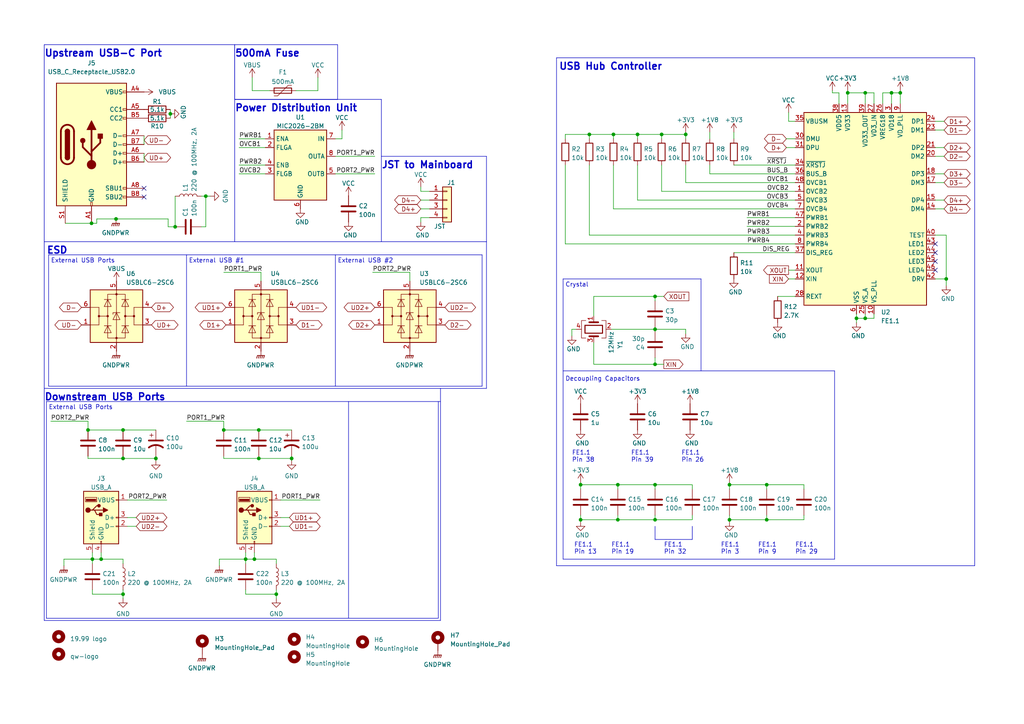
<source format=kicad_sch>
(kicad_sch (version 20230121) (generator eeschema)
  (paper "A4")
  (junction (at 211.582 140.589))
  (junction (at 189.992 105.664))
  (junction (at 26.797 162.179))
  (junction (at 59.69 56.896))
  (junction (at 191.897 38.989))
  (junction (at 75.057 124.714))
  (junction (at 50.8 65.786))
  (junction (at 189.992 95.504))
  (junction (at 35.687 124.714))
  (junction (at 222.377 150.749))
  (junction (at 168.402 150.749))
  (junction (at 26.543 64.77))
  (junction (at 25.527 124.714))
  (junction (at 211.582 150.749))
  (junction (at 33.655 63.5))
  (junction (at 250.952 26.924))
  (junction (at 71.247 162.179))
  (junction (at 179.197 150.749))
  (junction (at 49.403 33.02))
  (junction (at 177.927 38.989))
  (junction (at 250.952 92.329))
  (junction (at 45.212 132.969))
  (junction (at 274.447 80.899))
  (junction (at 261.112 26.924))
  (junction (at 222.377 140.589))
  (junction (at 184.912 38.989))
  (junction (at 189.992 85.979))
  (junction (at 258.572 26.924))
  (junction (at 198.882 38.989))
  (junction (at 189.992 150.749))
  (junction (at 189.992 140.589))
  (junction (at 75.057 132.969))
  (junction (at 35.687 172.339))
  (junction (at 245.872 26.924))
  (junction (at 35.687 132.969))
  (junction (at 84.582 132.969))
  (junction (at 248.412 92.329))
  (junction (at 170.942 38.989))
  (junction (at 64.897 124.714))
  (junction (at 73.787 162.179))
  (junction (at 179.197 140.589))
  (junction (at 168.402 140.589))
  (junction (at 29.337 162.179))
  (junction (at 80.137 172.339))
  (no_connect (at 41.783 54.61))
  (no_connect (at 271.272 73.279))
  (no_connect (at 271.272 70.739))
  (no_connect (at 41.783 57.15))
  (no_connect (at 271.272 75.819))
  (no_connect (at 271.272 78.359))
  (wire (pts (xy 271.272 80.899) (xy 274.447 80.899)))
  (polyline (pts (xy 97.282 112.014) (xy 97.282 73.914)))
  (wire (pts (xy 64.897 132.969) (xy 75.057 132.969)))
  (wire (pts (xy 216.662 65.659) (xy 230.632 65.659)))
  (wire (pts (xy 97.282 50.419) (xy 108.712 50.419)))
  (wire (pts (xy 273.812 52.959) (xy 271.272 52.959)))
  (wire (pts (xy 29.337 162.179) (xy 26.797 162.179)))
  (wire (pts (xy 99.187 37.719) (xy 99.187 40.259)))
  (polyline (pts (xy 13.462 179.324) (xy 13.462 116.459)))
  (wire (pts (xy 172.212 91.694) (xy 172.212 85.979)))
  (wire (pts (xy 35.687 172.339) (xy 35.687 173.609)))
  (wire (pts (xy 274.447 80.899) (xy 274.447 82.804)))
  (wire (pts (xy 25.527 122.174) (xy 25.527 124.714)))
  (wire (pts (xy 200.787 149.479) (xy 200.787 150.749)))
  (wire (pts (xy 26.797 162.179) (xy 26.797 163.449)))
  (wire (pts (xy 39.497 152.654) (xy 36.957 152.654)))
  (wire (pts (xy 179.197 140.589) (xy 189.992 140.589)))
  (polyline (pts (xy 54.102 73.914) (xy 97.282 73.914)))
  (wire (pts (xy 54.102 122.174) (xy 64.897 122.174)))
  (wire (pts (xy 28.067 64.77) (xy 26.543 64.77)))
  (wire (pts (xy 168.402 139.954) (xy 168.402 140.589)))
  (polyline (pts (xy 54.102 112.014) (xy 54.102 73.914)))
  (wire (pts (xy 253.492 26.924) (xy 250.952 26.924)))
  (wire (pts (xy 18.542 164.084) (xy 18.542 162.179)))
  (wire (pts (xy 273.812 42.799) (xy 271.272 42.799)))
  (wire (pts (xy 256.032 26.924) (xy 256.032 30.099)))
  (polyline (pts (xy 101.092 116.459) (xy 101.092 179.324)))
  (wire (pts (xy 83.947 150.114) (xy 81.407 150.114)))
  (wire (pts (xy 97.282 45.339) (xy 108.712 45.339)))
  (wire (pts (xy 211.582 150.749) (xy 211.582 151.384)))
  (wire (pts (xy 222.377 149.479) (xy 222.377 150.749)))
  (polyline (pts (xy 97.282 73.914) (xy 139.827 73.914)))
  (wire (pts (xy 189.992 150.749) (xy 179.197 150.749)))
  (wire (pts (xy 245.872 26.924) (xy 245.872 30.099)))
  (wire (pts (xy 253.492 91.059) (xy 253.492 92.329)))
  (wire (pts (xy 84.582 132.334) (xy 84.582 132.969)))
  (wire (pts (xy 170.942 38.989) (xy 170.942 40.259)))
  (wire (pts (xy 189.992 140.589) (xy 189.992 141.859)))
  (wire (pts (xy 73.787 160.274) (xy 73.787 162.179)))
  (wire (pts (xy 59.69 65.786) (xy 59.69 56.896)))
  (wire (pts (xy 243.332 26.924) (xy 241.427 26.924)))
  (wire (pts (xy 45.212 132.334) (xy 45.212 132.969)))
  (polyline (pts (xy 68.072 12.954) (xy 68.072 28.829)))
  (wire (pts (xy 177.927 47.879) (xy 177.927 60.579)))
  (wire (pts (xy 63.627 162.179) (xy 71.247 162.179)))
  (wire (pts (xy 48.768 65.786) (xy 50.8 65.786)))
  (wire (pts (xy 212.852 47.879) (xy 230.632 47.879)))
  (wire (pts (xy 18.923 64.77) (xy 26.543 64.77)))
  (wire (pts (xy 25.527 132.969) (xy 35.687 132.969)))
  (polyline (pts (xy 12.827 179.959) (xy 127.762 179.959)))
  (wire (pts (xy 212.852 73.279) (xy 230.632 73.279)))
  (wire (pts (xy 122.047 60.579) (xy 124.587 60.579)))
  (polyline (pts (xy 163.322 80.899) (xy 163.322 162.179)))
  (wire (pts (xy 172.212 99.314) (xy 172.212 105.664)))
  (polyline (pts (xy 127.127 179.324) (xy 13.462 179.324)))
  (wire (pts (xy 273.812 45.339) (xy 271.272 45.339)))
  (polyline (pts (xy 110.617 45.339) (xy 141.097 45.339)))
  (wire (pts (xy 99.187 40.259) (xy 97.282 40.259)))
  (polyline (pts (xy 161.417 16.764) (xy 161.417 164.084)))
  (wire (pts (xy 69.342 40.259) (xy 76.962 40.259)))
  (wire (pts (xy 198.882 96.774) (xy 198.882 95.504)))
  (wire (pts (xy 64.897 124.714) (xy 75.057 124.714)))
  (wire (pts (xy 225.552 85.979) (xy 230.632 85.979)))
  (polyline (pts (xy 68.072 28.829) (xy 110.617 28.829)))
  (wire (pts (xy 274.447 68.199) (xy 274.447 80.899)))
  (wire (pts (xy 273.812 58.039) (xy 271.272 58.039)))
  (wire (pts (xy 41.783 44.45) (xy 41.783 46.99)))
  (wire (pts (xy 177.927 38.989) (xy 184.912 38.989)))
  (wire (pts (xy 80.137 162.179) (xy 73.787 162.179)))
  (wire (pts (xy 189.992 94.869) (xy 189.992 95.504)))
  (polyline (pts (xy 161.417 16.764) (xy 282.702 16.764)))
  (polyline (pts (xy 161.417 164.084) (xy 282.702 164.084)))
  (polyline (pts (xy 97.917 28.829) (xy 97.917 12.954)))
  (wire (pts (xy 64.897 132.334) (xy 64.897 132.969)))
  (wire (pts (xy 253.492 92.329) (xy 250.952 92.329)))
  (polyline (pts (xy 203.327 80.899) (xy 203.327 107.569)))
  (wire (pts (xy 168.402 149.479) (xy 168.402 150.749)))
  (wire (pts (xy 69.342 42.799) (xy 76.962 42.799)))
  (wire (pts (xy 184.912 38.989) (xy 191.897 38.989)))
  (wire (pts (xy 26.797 172.339) (xy 35.687 172.339)))
  (wire (pts (xy 75.057 132.969) (xy 84.582 132.969)))
  (wire (pts (xy 189.992 95.504) (xy 198.882 95.504)))
  (wire (pts (xy 233.172 140.589) (xy 233.172 141.859)))
  (wire (pts (xy 80.137 171.069) (xy 80.137 172.339)))
  (polyline (pts (xy 68.072 28.829) (xy 97.917 28.829)))
  (wire (pts (xy 168.402 140.589) (xy 168.402 141.859)))
  (wire (pts (xy 63.627 164.084) (xy 63.627 162.179)))
  (wire (pts (xy 273.812 35.179) (xy 271.272 35.179)))
  (wire (pts (xy 26.797 171.069) (xy 26.797 172.339)))
  (polyline (pts (xy 14.097 112.014) (xy 54.102 112.014)))
  (wire (pts (xy 198.882 38.354) (xy 198.882 38.989)))
  (wire (pts (xy 198.882 38.989) (xy 198.882 40.259)))
  (polyline (pts (xy 163.322 162.179) (xy 242.062 162.179)))
  (wire (pts (xy 33.655 63.5) (xy 28.067 63.5)))
  (wire (pts (xy 228.727 32.639) (xy 228.727 35.179)))
  (wire (pts (xy 49.403 33.02) (xy 49.403 34.29)))
  (wire (pts (xy 250.952 91.059) (xy 250.952 92.329)))
  (wire (pts (xy 170.942 47.879) (xy 170.942 68.199)))
  (wire (pts (xy 211.582 139.954) (xy 211.582 140.589)))
  (wire (pts (xy 273.812 50.419) (xy 271.272 50.419)))
  (wire (pts (xy 163.957 40.259) (xy 163.957 38.989)))
  (polyline (pts (xy 141.097 112.649) (xy 12.827 112.649)))
  (wire (pts (xy 165.862 95.504) (xy 167.132 95.504)))
  (wire (pts (xy 211.582 140.589) (xy 211.582 141.859)))
  (wire (pts (xy 118.872 78.994) (xy 118.872 81.534)))
  (wire (pts (xy 58.42 56.896) (xy 59.69 56.896)))
  (polyline (pts (xy 127.762 179.959) (xy 127.762 112.649)))
  (wire (pts (xy 25.527 132.334) (xy 25.527 132.969)))
  (polyline (pts (xy 12.827 12.954) (xy 68.072 12.954)))
  (wire (pts (xy 33.655 63.5) (xy 48.768 63.5)))
  (wire (pts (xy 71.247 162.179) (xy 73.787 162.179)))
  (wire (pts (xy 168.402 150.749) (xy 168.402 151.384)))
  (wire (pts (xy 273.812 37.719) (xy 271.272 37.719)))
  (wire (pts (xy 25.527 124.714) (xy 35.687 124.714)))
  (wire (pts (xy 35.687 132.969) (xy 45.212 132.969)))
  (wire (pts (xy 253.492 26.924) (xy 253.492 30.099)))
  (wire (pts (xy 250.952 26.924) (xy 245.872 26.924)))
  (wire (pts (xy 271.272 68.199) (xy 274.447 68.199)))
  (wire (pts (xy 189.992 140.589) (xy 200.787 140.589)))
  (wire (pts (xy 18.542 162.179) (xy 26.797 162.179)))
  (wire (pts (xy 248.412 91.059) (xy 248.412 92.329)))
  (wire (pts (xy 80.137 163.449) (xy 80.137 162.179)))
  (polyline (pts (xy 282.702 16.764) (xy 282.702 164.084)))
  (wire (pts (xy 83.947 152.654) (xy 81.407 152.654)))
  (polyline (pts (xy 127.127 116.459) (xy 127.127 179.324)))
  (wire (pts (xy 189.992 85.979) (xy 192.532 85.979)))
  (wire (pts (xy 172.212 105.664) (xy 189.992 105.664)))
  (wire (pts (xy 198.882 52.959) (xy 198.882 47.879)))
  (wire (pts (xy 80.137 172.339) (xy 80.137 173.609)))
  (wire (pts (xy 222.377 140.589) (xy 222.377 141.859)))
  (polyline (pts (xy 54.102 112.014) (xy 97.282 112.014)))
  (wire (pts (xy 165.862 97.409) (xy 165.862 95.504)))
  (wire (pts (xy 228.727 78.359) (xy 230.632 78.359)))
  (wire (pts (xy 14.732 122.174) (xy 25.527 122.174)))
  (wire (pts (xy 41.783 39.37) (xy 41.783 41.91)))
  (wire (pts (xy 75.057 132.334) (xy 75.057 132.969)))
  (wire (pts (xy 64.897 122.174) (xy 64.897 124.714)))
  (polyline (pts (xy 97.282 112.014) (xy 139.827 112.014)))
  (wire (pts (xy 256.032 26.924) (xy 258.572 26.924)))
  (wire (pts (xy 245.872 26.289) (xy 245.872 26.924)))
  (wire (pts (xy 71.247 172.339) (xy 80.137 172.339)))
  (wire (pts (xy 28.067 63.5) (xy 28.067 64.77)))
  (wire (pts (xy 122.047 54.229) (xy 122.047 55.499)))
  (polyline (pts (xy 141.097 70.104) (xy 141.097 112.649)))
  (wire (pts (xy 122.047 64.389) (xy 122.047 63.119)))
  (polyline (pts (xy 68.072 70.104) (xy 68.072 12.954)))
  (wire (pts (xy 191.897 38.989) (xy 198.882 38.989)))
  (wire (pts (xy 163.957 38.989) (xy 170.942 38.989)))
  (wire (pts (xy 261.112 26.924) (xy 261.112 30.099)))
  (wire (pts (xy 85.852 26.289) (xy 92.202 26.289)))
  (wire (pts (xy 228.727 35.179) (xy 230.632 35.179)))
  (wire (pts (xy 177.292 95.504) (xy 189.992 95.504)))
  (wire (pts (xy 122.047 63.119) (xy 124.587 63.119)))
  (wire (pts (xy 177.927 40.259) (xy 177.927 38.989)))
  (wire (pts (xy 36.957 145.034) (xy 48.387 145.034)))
  (wire (pts (xy 35.687 124.714) (xy 45.212 124.714)))
  (wire (pts (xy 243.332 30.099) (xy 243.332 26.924)))
  (wire (pts (xy 189.992 149.479) (xy 189.992 150.749)))
  (wire (pts (xy 191.897 55.499) (xy 230.632 55.499)))
  (wire (pts (xy 122.047 58.039) (xy 124.587 58.039)))
  (wire (pts (xy 261.112 26.289) (xy 261.112 26.924)))
  (wire (pts (xy 273.812 60.579) (xy 271.272 60.579)))
  (wire (pts (xy 248.412 92.329) (xy 248.412 93.599)))
  (wire (pts (xy 71.247 160.274) (xy 71.247 162.179)))
  (wire (pts (xy 163.957 70.739) (xy 230.632 70.739)))
  (wire (pts (xy 179.197 150.749) (xy 168.402 150.749)))
  (wire (pts (xy 189.992 85.979) (xy 189.992 87.249)))
  (wire (pts (xy 26.797 160.274) (xy 26.797 162.179)))
  (wire (pts (xy 39.497 150.114) (xy 36.957 150.114)))
  (wire (pts (xy 45.212 132.969) (xy 45.212 133.604)))
  (wire (pts (xy 200.787 150.749) (xy 189.992 150.749)))
  (polyline (pts (xy 139.827 112.014) (xy 139.827 73.914)))
  (wire (pts (xy 189.992 103.759) (xy 189.992 105.664)))
  (wire (pts (xy 216.662 63.119) (xy 230.632 63.119)))
  (wire (pts (xy 75.692 78.994) (xy 75.692 81.534)))
  (wire (pts (xy 64.897 78.994) (xy 75.692 78.994)))
  (polyline (pts (xy 13.462 116.459) (xy 127.762 116.459)))
  (wire (pts (xy 71.247 162.179) (xy 71.247 163.449)))
  (wire (pts (xy 250.952 26.924) (xy 250.952 30.099)))
  (wire (pts (xy 49.403 31.75) (xy 49.403 33.02)))
  (wire (pts (xy 84.582 132.969) (xy 84.582 133.604)))
  (wire (pts (xy 69.342 50.419) (xy 76.962 50.419)))
  (wire (pts (xy 73.152 26.289) (xy 78.232 26.289)))
  (wire (pts (xy 184.912 38.989) (xy 184.912 40.259)))
  (wire (pts (xy 35.687 171.069) (xy 35.687 172.339)))
  (wire (pts (xy 200.787 141.859) (xy 200.787 140.589)))
  (polyline (pts (xy 110.617 70.104) (xy 110.617 28.829)))
  (wire (pts (xy 59.69 56.896) (xy 60.96 56.896)))
  (wire (pts (xy 228.092 42.799) (xy 230.632 42.799)))
  (wire (pts (xy 122.047 55.499) (xy 124.587 55.499)))
  (wire (pts (xy 205.867 38.354) (xy 205.867 40.259)))
  (wire (pts (xy 179.197 140.589) (xy 179.197 141.859)))
  (wire (pts (xy 189.992 105.664) (xy 192.532 105.664)))
  (wire (pts (xy 58.42 65.786) (xy 59.69 65.786)))
  (wire (pts (xy 250.952 92.329) (xy 248.412 92.329)))
  (wire (pts (xy 172.212 85.979) (xy 189.992 85.979)))
  (polyline (pts (xy 141.097 70.104) (xy 141.097 45.339)))
  (wire (pts (xy 108.077 78.994) (xy 118.872 78.994)))
  (wire (pts (xy 191.897 38.989) (xy 191.897 40.259)))
  (wire (pts (xy 35.687 163.449) (xy 35.687 162.179)))
  (wire (pts (xy 81.407 145.034) (xy 92.837 145.034)))
  (wire (pts (xy 222.377 140.589) (xy 233.172 140.589)))
  (wire (pts (xy 75.057 124.714) (xy 84.582 124.714)))
  (polyline (pts (xy 242.062 162.179) (xy 242.062 107.569)))
  (polyline (pts (xy 200.787 152.654) (xy 200.787 156.464)))
  (wire (pts (xy 211.582 149.479) (xy 211.582 150.749)))
  (wire (pts (xy 179.197 149.479) (xy 179.197 150.749)))
  (polyline (pts (xy 163.322 80.899) (xy 203.327 80.899)))
  (wire (pts (xy 35.687 162.179) (xy 29.337 162.179)))
  (wire (pts (xy 92.202 26.289) (xy 92.202 22.479)))
  (wire (pts (xy 50.8 56.896) (xy 50.8 65.786)))
  (wire (pts (xy 48.768 63.5) (xy 48.768 65.786)))
  (wire (pts (xy 73.152 22.479) (xy 73.152 26.289)))
  (wire (pts (xy 228.727 80.899) (xy 230.632 80.899)))
  (polyline (pts (xy 68.072 12.954) (xy 97.917 12.954)))
  (wire (pts (xy 163.957 70.739) (xy 163.957 47.879)))
  (wire (pts (xy 35.687 132.334) (xy 35.687 132.969)))
  (wire (pts (xy 184.912 47.879) (xy 184.912 58.039)))
  (wire (pts (xy 258.572 26.924) (xy 261.112 26.924)))
  (wire (pts (xy 233.172 149.479) (xy 233.172 150.749)))
  (wire (pts (xy 69.342 47.879) (xy 76.962 47.879)))
  (wire (pts (xy 205.867 50.419) (xy 230.632 50.419)))
  (wire (pts (xy 241.427 26.924) (xy 241.427 26.289)))
  (wire (pts (xy 184.912 58.039) (xy 230.632 58.039)))
  (wire (pts (xy 230.632 52.959) (xy 198.882 52.959)))
  (wire (pts (xy 29.337 160.274) (xy 29.337 162.179)))
  (wire (pts (xy 212.852 38.354) (xy 212.852 40.259)))
  (wire (pts (xy 177.927 60.579) (xy 230.632 60.579)))
  (wire (pts (xy 170.942 38.989) (xy 177.927 38.989)))
  (polyline (pts (xy 12.827 12.954) (xy 12.827 70.104)))
  (polyline (pts (xy 14.097 73.914) (xy 14.097 112.014)))
  (wire (pts (xy 222.377 150.749) (xy 211.582 150.749)))
  (wire (pts (xy 189.992 95.504) (xy 189.992 96.139)))
  (wire (pts (xy 228.092 40.259) (xy 230.632 40.259)))
  (wire (pts (xy 258.572 26.924) (xy 258.572 30.099)))
  (wire (pts (xy 170.942 68.199) (xy 230.632 68.199)))
  (wire (pts (xy 211.582 140.589) (xy 222.377 140.589)))
  (wire (pts (xy 168.402 140.589) (xy 179.197 140.589)))
  (wire (pts (xy 191.897 47.879) (xy 191.897 55.499)))
  (wire (pts (xy 205.867 47.879) (xy 205.867 50.419)))
  (wire (pts (xy 233.172 150.749) (xy 222.377 150.749)))
  (polyline (pts (xy 12.827 112.649) (xy 12.827 179.959)))
  (polyline (pts (xy 189.992 152.654) (xy 189.992 156.464)))
  (polyline (pts (xy 163.322 107.569) (xy 242.062 107.569)))
  (polyline (pts (xy 189.992 156.464) (xy 200.787 156.464)))
  (wire (pts (xy 71.247 171.069) (xy 71.247 172.339)))
  (polyline (pts (xy 14.097 73.914) (xy 54.102 73.914)))
  (polyline (pts (xy 12.827 112.649) (xy 12.827 70.104)))
  (polyline (pts (xy 12.827 70.104) (xy 141.097 70.104)))
  (text "Power Distribution Unit" (at 68.072 32.639 0) (effects (font (size 2 2) (thickness 0.4) bold) (justify left bottom)))
  (text "External USB Ports" (at 14.097 118.999 0) (effects (font (size 1.27 1.27)) (justify left bottom)))
  (text "FE1.1\nPin 3" (at 209.042 160.909 0) (effects (font (size 1.27 1.27)) (justify left bottom)))
  (text "FE1.1\nPin 19" (at 177.292 160.909 0) (effects (font (size 1.27 1.27)) (justify left bottom)))
  (text "FE1.1\nPin 39" (at 183.007 134.239 0) (effects (font (size 1.27 1.27)) (justify left bottom)))
  (text "External USB #2\n" (at 97.917 76.454 0) (effects (font (size 1.27 1.27)) (justify left bottom)))
  (text "FE1.1\nPin 26\n" (at 197.612 134.239 0) (effects (font (size 1.27 1.27)) (justify left bottom)))
  (text "FE1.1\nPin 13" (at 166.497 160.909 0) (effects (font (size 1.27 1.27)) (justify left bottom)))
  (text "External USB #1" (at 54.737 76.454 0) (effects (font (size 1.27 1.27)) (justify left bottom)))
  (text "Crystal" (at 163.957 83.439 0) (effects (font (size 1.27 1.27)) (justify left bottom)))
  (text "ESD" (at 13.462 73.914 0) (effects (font (size 2 2) (thickness 0.4) bold) (justify left bottom)))
  (text "FE1.1\nPin 9" (at 219.837 160.909 0) (effects (font (size 1.27 1.27)) (justify left bottom)))
  (text "Upstream USB-C Port" (at 12.827 16.764 0) (effects (font (size 2 2) (thickness 0.4) bold) (justify left bottom)))
  (text "Downstream USB Ports" (at 12.827 116.459 0) (effects (font (size 2 2) (thickness 0.4) bold) (justify left bottom)))
  (text "JST to Mainboard" (at 110.617 49.149 0) (effects (font (size 2 2) (thickness 0.4) bold) (justify left bottom)))
  (text "Decoupling Capacitors" (at 163.957 110.744 0) (effects (font (size 1.27 1.27)) (justify left bottom)))
  (text "FE1.1\nPin 32" (at 192.532 160.909 0) (effects (font (size 1.27 1.27)) (justify left bottom)))
  (text "500mA Fuse" (at 68.072 16.764 0) (effects (font (size 2 2) (thickness 0.4) bold) (justify left bottom)))
  (text "FE1.1\nPin 38" (at 165.862 134.239 0) (effects (font (size 1.27 1.27)) (justify left bottom)))
  (text "FE1.1\nPin 29" (at 230.632 160.909 0) (effects (font (size 1.27 1.27)) (justify left bottom)))
  (text "USB Hub Controller" (at 162.052 20.574 0) (effects (font (size 2 2) (thickness 0.4) bold) (justify left bottom)))
  (text "External USB Ports" (at 14.732 76.454 0) (effects (font (size 1.27 1.27)) (justify left bottom)))
  (label "PORT1_PWR" (at 64.897 78.994 0))
  (label "PORT2_PWR" (at 48.387 145.034 180))
  (label "PWRB2" (at 69.342 47.879 0))
  (label "OVCB4" (at 222.377 60.579 0))
  (label "OVCB1" (at 222.377 52.959 0))
  (label "PWRB3" (at 216.662 68.199 0))
  (label "BUS_B" (at 222.377 50.419 0))
  (label "~{XRSTJ}" (at 222.377 47.879 0))
  (label "OVCB2" (at 69.342 50.419 0))
  (label "PORT2_PWR" (at 108.077 78.994 0))
  (label "PORT1_PWR" (at 92.837 145.034 180))
  (label "OVCB3" (at 222.315 58.039 0))
  (label "PWRB1" (at 69.342 40.259 0))
  (label "DIS_REG" (at 221.107 73.279 0))
  (label "PORT1_PWR" (at 108.712 45.339 180))
  (label "PWRB2" (at 216.662 65.659 0))
  (label "PWRB1" (at 216.662 63.119 0))
  (label "OVCB2" (at 222.4389 55.499 0))
  (label "PWRB4" (at 216.662 70.739 0))
  (label "OVCB1" (at 69.342 42.799 0))
  (label "PORT1_PWR" (at 54.102 122.174 0))
  (label "PORT2_PWR" (at 108.712 50.419 180))
  (label "PORT2_PWR" (at 14.732 122.174 0))
  (global_label "XOUT" (shape output) (at 228.727 78.359 180) (property "Intersheetrefs" "${INTERSHEET_REFS}" (effects hide)))
  (global_label "D-" (shape bidirectional) (at 228.092 40.259 180) (property "Intersheetrefs" "${INTERSHEET_REFS}" (effects hide)))
  (global_label "UD-" (shape bidirectional) (at 41.783 40.64 0) (property "Intersheetrefs" "${INTERSHEET_REFS}" (effects hide)))
  (global_label "D1+" (shape bidirectional) (at 273.812 35.179 0) (property "Intersheetrefs" "${INTERSHEET_REFS}" (effects hide)))
  (global_label "D2-" (shape bidirectional) (at 273.812 45.339 0) (property "Intersheetrefs" "${INTERSHEET_REFS}" (effects hide)))
  (global_label "UD+" (shape bidirectional) (at 41.783 45.72 0) (property "Intersheetrefs" "${INTERSHEET_REFS}" (effects hide)))
  (global_label "D2+" (shape bidirectional) (at 108.712 94.234 180) (property "Intersheetrefs" "${INTERSHEET_REFS}" (effects hide)))
  (global_label "UD2+" (shape bidirectional) (at 39.497 150.114 0) (property "Intersheetrefs" "${INTERSHEET_REFS}" (effects hide)))
  (global_label "UD1-" (shape bidirectional) (at 85.852 89.154 0) (property "Intersheetrefs" "${INTERSHEET_REFS}" (effects hide)))
  (global_label "D4+" (shape bidirectional) (at 122.047 60.579 180) (property "Intersheetrefs" "${INTERSHEET_REFS}" (effects hide)))
  (global_label "D+" (shape bidirectional) (at 228.092 42.799 180) (property "Intersheetrefs" "${INTERSHEET_REFS}" (effects hide)))
  (global_label "UD-" (shape bidirectional) (at 23.622 94.234 180) (property "Intersheetrefs" "${INTERSHEET_REFS}" (effects hide)))
  (global_label "D2+" (shape bidirectional) (at 273.812 42.799 0) (property "Intersheetrefs" "${INTERSHEET_REFS}" (effects hide)))
  (global_label "UD1-" (shape bidirectional) (at 83.947 152.654 0) (property "Intersheetrefs" "${INTERSHEET_REFS}" (effects hide)))
  (global_label "D4-" (shape bidirectional) (at 122.047 58.039 180) (property "Intersheetrefs" "${INTERSHEET_REFS}" (effects hide)))
  (global_label "XIN" (shape output) (at 192.532 105.664 0) (property "Intersheetrefs" "${INTERSHEET_REFS}" (effects hide)))
  (global_label "D2-" (shape bidirectional) (at 129.032 94.234 0) (property "Intersheetrefs" "${INTERSHEET_REFS}" (effects hide)))
  (global_label "D+" (shape bidirectional) (at 43.942 89.154 0) (property "Intersheetrefs" "${INTERSHEET_REFS}" (effects hide)))
  (global_label "UD1+" (shape bidirectional) (at 83.947 150.114 0) (property "Intersheetrefs" "${INTERSHEET_REFS}" (effects hide)))
  (global_label "UD1+" (shape bidirectional) (at 65.532 89.154 180) (property "Intersheetrefs" "${INTERSHEET_REFS}" (effects hide)))
  (global_label "D-" (shape bidirectional) (at 23.622 89.154 180) (property "Intersheetrefs" "${INTERSHEET_REFS}" (effects hide)))
  (global_label "UD2+" (shape bidirectional) (at 108.712 89.154 180) (property "Intersheetrefs" "${INTERSHEET_REFS}" (effects hide)))
  (global_label "D4+" (shape bidirectional) (at 273.812 58.039 0) (property "Intersheetrefs" "${INTERSHEET_REFS}" (effects hide)))
  (global_label "D1-" (shape bidirectional) (at 273.812 37.719 0) (property "Intersheetrefs" "${INTERSHEET_REFS}" (effects hide)))
  (global_label "D1-" (shape bidirectional) (at 85.852 94.234 0) (property "Intersheetrefs" "${INTERSHEET_REFS}" (effects hide)))
  (global_label "UD+" (shape bidirectional) (at 43.942 94.234 0) (property "Intersheetrefs" "${INTERSHEET_REFS}" (effects hide)))
  (global_label "D1+" (shape bidirectional) (at 65.532 94.234 180) (property "Intersheetrefs" "${INTERSHEET_REFS}" (effects hide)))
  (global_label "UD2-" (shape bidirectional) (at 129.032 89.154 0) (property "Intersheetrefs" "${INTERSHEET_REFS}" (effects hide)))
  (global_label "D3-" (shape bidirectional) (at 273.812 52.959 0) (property "Intersheetrefs" "${INTERSHEET_REFS}" (effects hide)))
  (global_label "XOUT" (shape input) (at 192.532 85.979 0) (property "Intersheetrefs" "${INTERSHEET_REFS}" (effects hide)))
  (global_label "D3+" (shape bidirectional) (at 273.812 50.419 0) (property "Intersheetrefs" "${INTERSHEET_REFS}" (effects hide)))
  (global_label "D4-" (shape bidirectional) (at 273.812 60.579 0) (property "Intersheetrefs" "${INTERSHEET_REFS}" (effects hide)))
  (global_label "UD2-" (shape bidirectional) (at 39.497 152.654 0) (property "Intersheetrefs" "${INTERSHEET_REFS}" (effects hide)))
  (global_label "XIN" (shape input) (at 228.727 80.899 180) (property "Intersheetrefs" "${INTERSHEET_REFS}" (effects hide)))
  (symbol (lib_id "Mechanical:MountingHole") (at 85.344 185.42 0) (unit 1)
    (property "Reference" "H4" (at 88.646 184.785 0) (effects (justify left)))
    (property "Value" "MountingHole" (at 88.646 187.325 0) (effects (justify left)))
    (property "Footprint" "MountingHole:MountingHole_2.2mm_M2_DIN965" (effects hide))
  )
  (symbol (lib_id "Device:C") (at 54.61 65.786 90) (unit 1)
    (property "Reference" "C1" (at 53.7753 62.865 0) (effects (justify left)))
    (property "Value" "100n" (at 56.3122 62.865 0) (effects (justify left)))
    (property "Footprint" "Capacitor_SMD:C_0603_1608Metric" (effects hide))
    (property "LCSC" "C14663" (effects hide))
  )
  (symbol (lib_name "R_1") (lib_id "Device:R") (at 163.957 44.069 0) (unit 1)
    (property "Reference" "R2" (at 165.735 43.2343 0) (effects (justify left)))
    (property "Value" "10k" (at 165.735 45.7712 0) (effects (justify left)))
    (property "Footprint" "Resistor_SMD:R_0603_1608Metric" (effects hide))
    (property "LCSC" "C25804" (effects hide))
  )
  (symbol (lib_id "power:VCC") (at 241.427 26.289 0) (unit 1)
    (property "Reference" "#PWR05" (effects hide))
    (property "Value" "VCC" (at 241.427 22.7132 0))
  )
  (symbol (lib_id "power:GND") (at 198.882 96.774 0) (unit 1)
    (property "Reference" "#PWR028" (effects hide))
    (property "Value" "GND" (at 201.422 100.584 0) (effects (justify right)))
  )
  (symbol (lib_id "power:GND") (at 165.862 97.409 0) (unit 1)
    (property "Reference" "#PWR029" (effects hide))
    (property "Value" "GND" (at 168.402 101.219 0) (effects (justify right)))
  )
  (symbol (lib_id "power:GNDPWR") (at 75.692 101.854 0) (unit 1)
    (property "Reference" "#PWR031" (effects hide))
    (property "Value" "GNDPWR" (at 75.565 105.891 0))
  )
  (symbol (lib_id "Connector_Generic:Conn_01x04") (at 129.667 58.039 0) (unit 1)
    (property "Reference" "J1" (at 129.667 52.959 0) (effects (justify left)))
    (property "Value" "JST" (at 125.857 65.659 0) (effects (justify left)))
    (property "Footprint" "Connector_JST:JST_SH_SM04B-SRSS-TB_1x04-1MP_P1.00mm_Horizontal" (effects hide))
    (property "LCSC" "C145956" (effects hide))
  )
  (symbol (lib_id "power:+1V8") (at 200.152 117.094 0) (unit 1)
    (property "Reference" "#PWR035" (effects hide))
    (property "Value" "+1V8" (at 200.152 113.5182 0))
  )
  (symbol (lib_id "power:+3V3") (at 212.852 38.354 0) (unit 1)
    (property "Reference" "#PWR013" (effects hide))
    (property "Value" "+3V3" (at 212.852 34.7782 0))
  )
  (symbol (lib_id "Device:C") (at 26.797 167.259 0) (unit 1)
    (property "Reference" "C21" (at 29.718 166.4243 0) (effects (justify left)))
    (property "Value" "100n" (at 29.718 168.9612 0) (effects (justify left)))
    (property "Footprint" "Capacitor_SMD:C_0603_1608Metric" (effects hide))
    (property "LCSC" "C14663" (effects hide))
  )
  (symbol (lib_id "power:GND") (at 168.402 151.384 0) (unit 1)
    (property "Reference" "#PWR045" (effects hide))
    (property "Value" "GND" (at 170.942 155.194 0) (effects (justify right)))
  )
  (symbol (lib_id "Device:C") (at 168.402 145.669 0) (unit 1)
    (property "Reference" "C14" (at 171.323 144.8343 0) (effects (justify left)))
    (property "Value" "100n" (at 171.323 147.3712 0) (effects (justify left)))
    (property "Footprint" "Capacitor_SMD:C_0603_1608Metric" (effects hide))
    (property "LCSC" "C14663" (effects hide))
  )
  (symbol (lib_id "power:GND") (at 122.047 64.389 0) (unit 1)
    (property "Reference" "#PWR022" (effects hide))
    (property "Value" "GND" (at 124.587 68.199 0) (effects (justify right)))
  )
  (symbol (lib_id "Mechanical:MountingHole") (at 17.018 189.738 0) (unit 1)
    (property "Reference" "H2" (effects hide))
    (property "Value" "qw-logo" (at 20.32 190.373 0) (effects (justify left)))
    (property "Footprint" "qw-logo:qw new logo silk + copper sm" (effects hide))
  )
  (symbol (lib_id "power:GND") (at 184.912 124.714 0) (unit 1)
    (property "Reference" "#PWR037" (effects hide))
    (property "Value" "GND" (at 187.452 128.524 0) (effects (justify right)))
  )
  (symbol (lib_id "power:VCC") (at 168.402 117.094 0) (unit 1)
    (property "Reference" "#PWR033" (effects hide))
    (property "Value" "VCC" (at 168.402 113.5182 0))
  )
  (symbol (lib_id "cipulot_parts:FE1.1") (at 250.952 58.039 0) (unit 1)
    (property "Reference" "U2" (at 255.5114 90.5494 0) (effects (justify left)))
    (property "Value" "FE1.1" (at 255.5114 93.0863 0) (effects (justify left)))
    (property "Footprint" "Package_QFP:LQFP-48_7x7mm_P0.5mm" (effects hide))
    (property "Datasheet" "https://elinux.org/images/e/ee/FE11-datasheet.pdf" (effects hide))
    (property "LCSC" "C28958" (effects hide))
  )
  (symbol (lib_id "power:GNDPWR") (at 58.674 189.738 0) (unit 1)
    (property "Reference" "#PWR01" (effects hide))
    (property "Value" "GNDPWR" (at 58.547 193.775 0))
  )
  (symbol (lib_id "power:GND") (at 212.852 80.899 0) (unit 1)
    (property "Reference" "#PWR023" (effects hide))
    (property "Value" "GND" (at 215.392 84.709 0) (effects (justify right)))
  )
  (symbol (lib_id "Device:L") (at 54.61 56.896 90) (unit 1)
    (property "Reference" "L1" (at 53.7753 55.626 0) (effects (justify left)))
    (property "Value" "220 @ 100MHz, 2A" (at 56.3122 55.626 0) (effects (justify left)))
    (property "Footprint" "Inductor_SMD:L_0603_1608Metric" (effects hide))
    (property "LCSC" "C85832" (effects hide))
  )
  (symbol (lib_id "power:GND") (at 101.092 64.389 0) (unit 1)
    (property "Reference" "#PWR021" (effects hide))
    (property "Value" "GND" (at 103.632 68.199 0) (effects (justify right)))
  )
  (symbol (lib_id "power:VCC") (at 101.092 56.769 0) (unit 1)
    (property "Reference" "#PWR018" (effects hide))
    (property "Value" "VCC" (at 101.092 53.1932 0))
  )
  (symbol (lib_id "power:VBUS") (at 73.152 22.479 0) (unit 1)
    (property "Reference" "#PWR03" (effects hide))
    (property "Value" "VBUS" (at 73.152 18.8745 0))
  )
  (symbol (lib_id "power:+1V8") (at 211.582 139.954 0) (unit 1)
    (property "Reference" "#PWR043" (effects hide))
    (property "Value" "+1V8" (at 211.582 136.3782 0))
  )
  (symbol (lib_id "Device:C") (at 189.992 91.059 0) (unit 1)
    (property "Reference" "C3" (at 192.913 90.2243 0) (effects (justify left)))
    (property "Value" "30p" (at 192.913 92.7612 0) (effects (justify left)))
    (property "Footprint" "Capacitor_SMD:C_0603_1608Metric" (effects hide))
    (property "LCSC" "C1658" (effects hide))
  )
  (symbol (lib_id "power:GND") (at 87.122 60.579 0) (unit 1)
    (property "Reference" "#PWR019" (effects hide))
    (property "Value" "GND" (at 89.662 64.389 0) (effects (justify right)))
  )
  (symbol (lib_id "power:+1V8") (at 261.112 26.289 0) (unit 1)
    (property "Reference" "#PWR07" (effects hide))
    (property "Value" "+1V8" (at 261.112 22.7132 0))
  )
  (symbol (lib_id "Device:C") (at 35.687 128.524 0) (unit 1)
    (property "Reference" "C9" (at 38.608 127.6893 0) (effects (justify left)))
    (property "Value" "10u" (at 38.608 130.2262 0) (effects (justify left)))
    (property "Footprint" "Capacitor_SMD:C_0603_1608Metric" (effects hide))
    (property "LCSC" "C19702" (effects hide))
  )
  (symbol (lib_id "Device:R") (at 45.593 31.75 270) (unit 1)
    (property "Reference" "R1" (at 45.593 29.464 90))
    (property "Value" "5.1k" (at 45.593 31.75 90))
    (property "Footprint" "Resistor_SMD:R_0402_1005Metric" (effects hide))
    (property "LCSC" "C25905" (effects hide))
  )
  (symbol (lib_id "Device:C") (at 211.582 145.669 0) (unit 1)
    (property "Reference" "C18" (at 214.503 144.8343 0) (effects (justify left)))
    (property "Value" "100n" (at 214.503 147.3712 0) (effects (justify left)))
    (property "Footprint" "Capacitor_SMD:C_0603_1608Metric" (effects hide))
    (property "LCSC" "C14663" (effects hide))
  )
  (symbol (lib_id "power:GND") (at 225.552 93.599 0) (unit 1)
    (property "Reference" "#PWR026" (effects hide))
    (property "Value" "GND" (at 228.092 97.409 0) (effects (justify right)))
  )
  (symbol (lib_id "power:GND") (at 45.212 133.604 0) (unit 1)
    (property "Reference" "#PWR040" (effects hide))
    (property "Value" "GND" (at 45.212 138.0474 0))
  )
  (symbol (lib_id "Connector:USB_A") (at 73.787 150.114 0) (unit 1)
    (property "Reference" "J4" (at 73.787 138.7942 0))
    (property "Value" "USB_A" (at 73.787 141.3311 0))
    (property "Footprint" "Connector_USB:USB_A_Molex_67643_Horizontal" (effects hide))
    (property "Datasheet" "https://datasheet.lcsc.com/lcsc/2008042135_JINJIA-USB-SMT-04F-S1-B1-R9A_C718022.pdf" (effects hide))
    (property "LCSC" "C718022" (effects hide))
  )
  (symbol (lib_id "power:VBUS") (at 41.783 26.67 270) (unit 1)
    (property "Reference" "#PWR02" (effects hide))
    (property "Value" "VBUS" (at 45.974 26.6699 90) (effects (justify left)))
  )
  (symbol (lib_name "R_1") (lib_id "Device:R") (at 212.852 77.089 0) (unit 1)
    (property "Reference" "R11" (at 214.63 76.2543 0) (effects (justify left)))
    (property "Value" "10k" (at 214.63 78.7912 0) (effects (justify left)))
    (property "Footprint" "Resistor_SMD:R_0603_1608Metric" (effects hide))
    (property "LCSC" "C25804" (effects hide))
  )
  (symbol (lib_name "R_1") (lib_id "Device:R") (at 177.927 44.069 0) (unit 1)
    (property "Reference" "R4" (at 179.705 43.2343 0) (effects (justify left)))
    (property "Value" "10k" (at 179.705 45.7712 0) (effects (justify left)))
    (property "Footprint" "Resistor_SMD:R_0603_1608Metric" (effects hide))
    (property "LCSC" "C25804" (effects hide))
  )
  (symbol (lib_id "Device:C") (at 75.057 128.524 0) (unit 1)
    (property "Reference" "C12" (at 77.978 127.6893 0) (effects (justify left)))
    (property "Value" "10u" (at 77.978 130.2262 0) (effects (justify left)))
    (property "Footprint" "Capacitor_SMD:C_0603_1608Metric" (effects hide))
    (property "LCSC" "C19702" (effects hide))
  )
  (symbol (lib_id "power:GNDPWR") (at 18.542 164.084 0) (unit 1)
    (property "Reference" "#PWR047" (effects hide))
    (property "Value" "GNDPWR" (at 18.415 168.121 0))
  )
  (symbol (lib_name "R_1") (lib_id "Device:R") (at 225.552 89.789 0) (unit 1)
    (property "Reference" "R12" (at 227.33 88.9543 0) (effects (justify left)))
    (property "Value" "2.7K" (at 227.33 91.4912 0) (effects (justify left)))
    (property "Footprint" "Resistor_SMD:R_0603_1608Metric" (effects hide))
    (property "LCSC" "C13167" (effects hide))
  )
  (symbol (lib_id "power:VCC") (at 92.202 22.479 0) (unit 1)
    (property "Reference" "#PWR04" (effects hide))
    (property "Value" "VCC" (at 92.202 18.9032 0))
  )
  (symbol (lib_name "R_1") (lib_id "Device:R") (at 205.867 44.069 0) (unit 1)
    (property "Reference" "R8" (at 207.645 43.2343 0) (effects (justify left)))
    (property "Value" "10k" (at 207.645 45.7712 0) (effects (justify left)))
    (property "Footprint" "Resistor_SMD:R_0603_1608Metric" (effects hide))
    (property "LCSC" "C25804" (effects hide))
  )
  (symbol (lib_id "Connector:USB_C_Receptacle_USB2.0") (at 26.543 41.91 0) (unit 1)
    (property "Reference" "J5" (at 26.543 18.288 0))
    (property "Value" "USB_C_Receptacle_USB2.0" (at 26.543 20.828 0))
    (property "Footprint" "Connector_USB:USB_C_Receptacle_HRO_TYPE-C-31-M-12" (effects hide))
    (property "Datasheet" "https://www.usb.org/sites/default/files/documents/usb_type-c.zip" (effects hide))
  )
  (symbol (lib_id "power:+3V3") (at 198.882 38.354 0) (unit 1)
    (property "Reference" "#PWR011" (effects hide))
    (property "Value" "+3V3" (at 198.882 34.7782 0))
  )
  (symbol (lib_id "Mechanical:MountingHole_Pad") (at 127 186.182 0) (unit 1)
    (property "Reference" "H7" (at 130.556 184.277 0) (effects (justify left)))
    (property "Value" "MountingHole_Pad" (at 130.556 186.817 0) (effects (justify left)))
    (property "Footprint" "MountingHole:MountingHole_2.2mm_M2_DIN965_Pad" (effects hide))
  )
  (symbol (lib_id "Device:C") (at 184.912 120.904 0) (unit 1)
    (property "Reference" "C6" (at 187.833 120.0693 0) (effects (justify left)))
    (property "Value" "10u" (at 187.833 122.6062 0) (effects (justify left)))
    (property "Footprint" "Capacitor_SMD:C_0603_1608Metric" (effects hide))
    (property "LCSC" "C19702" (effects hide))
  )
  (symbol (lib_id "Power_Protection:USBLC6-2SC6") (at 75.692 91.694 0) (unit 1)
    (property "Reference" "U4" (at 78.4607 79.375 0) (effects (justify left)))
    (property "Value" "USBLC6-2SC6" (at 78.4607 81.915 0) (effects (justify left)))
    (property "Footprint" "Package_TO_SOT_SMD:SOT-23-6" (effects hide))
    (property "Datasheet" "https://www.st.com/resource/en/datasheet/usblc6-2.pdf" (effects hide))
  )
  (symbol (lib_id "Device:Crystal_GND24") (at 172.212 95.504 270) (unit 1)
    (property "Reference" "Y1" (at 179.832 99.949 0))
    (property "Value" "12MHz" (at 177.292 99.314 0))
    (property "Footprint" "Crystal:Crystal_SMD_3225-4Pin_3.2x2.5mm" (effects hide))
    (property "LCSC" "C9002" (effects hide))
  )
  (symbol (lib_id "power:GNDPWR") (at 33.782 101.854 0) (unit 1)
    (property "Reference" "#PWR030" (effects hide))
    (property "Value" "GNDPWR" (at 33.655 105.891 0))
  )
  (symbol (lib_id "Device:L") (at 35.687 167.259 0) (unit 1)
    (property "Reference" "L2" (at 36.957 166.4243 0) (effects (justify left)))
    (property "Value" "220 @ 100MHz, 2A" (at 36.957 168.9612 0) (effects (justify left)))
    (property "Footprint" "Inductor_SMD:L_0603_1608Metric" (effects hide))
    (property "LCSC" "C85832" (effects hide))
  )
  (symbol (lib_id "Mechanical:MountingHole") (at 17.018 184.658 0) (unit 1)
    (property "Reference" "H1" (effects hide))
    (property "Value" "19.99 logo" (at 20.32 185.293 0) (effects (justify left)))
    (property "Footprint" "1999:1999 logo md" (effects hide))
  )
  (symbol (lib_id "power:VBUS") (at 33.782 81.534 0) (unit 1)
    (property "Reference" "#PWR024" (effects hide))
    (property "Value" "VBUS" (at 33.782 77.9295 0))
  )
  (symbol (lib_id "power:GND") (at 248.412 93.599 0) (unit 1)
    (property "Reference" "#PWR027" (effects hide))
    (property "Value" "GND" (at 250.952 97.409 0) (effects (justify right)))
  )
  (symbol (lib_id "power:GND") (at 211.582 151.384 0) (unit 1)
    (property "Reference" "#PWR046" (effects hide))
    (property "Value" "GND" (at 214.122 155.194 0) (effects (justify right)))
  )
  (symbol (lib_id "Device:R") (at 45.593 34.29 90) (unit 1)
    (property "Reference" "R10" (at 45.593 36.576 90))
    (property "Value" "5.1k" (at 45.593 34.29 90))
    (property "Footprint" "Resistor_SMD:R_0402_1005Metric" (effects hide))
    (property "LCSC" "C25905" (effects hide))
  )
  (symbol (lib_id "Device:C_Polarized_US") (at 45.212 128.524 0) (unit 1)
    (property "Reference" "C10" (at 48.133 127.0543 0) (effects (justify left)))
    (property "Value" "100u" (at 48.133 129.5912 0) (effects (justify left)))
    (property "Footprint" "Capacitor_SMD:CP_Elec_6.3x5.9" (effects hide))
    (property "LCSC" "C134878" (effects hide))
  )
  (symbol (lib_id "Power_Management:MIC2026-2BM") (at 87.122 47.879 0) (unit 1)
    (property "Reference" "U1" (at 87.122 34.0192 0))
    (property "Value" "MIC2026-2BM" (at 87.122 36.5561 0))
    (property "Footprint" "Package_SO:SOIC-8_3.9x4.9mm_P1.27mm" (effects hide))
    (property "Datasheet" "http://ww1.microchip.com/downloads/en/DeviceDoc/mic2026.pdf" (effects hide))
    (property "LCSC" "C148072" (effects hide))
  )
  (symbol (lib_name "R_1") (lib_id "Device:R") (at 212.852 44.069 0) (unit 1)
    (property "Reference" "R9" (at 214.63 43.2343 0) (effects (justify left)))
    (property "Value" "10k" (at 214.63 45.7712 0) (effects (justify left)))
    (property "Footprint" "Resistor_SMD:R_0603_1608Metric" (effects hide))
    (property "LCSC" "C25804" (effects hide))
  )
  (symbol (lib_id "power:GND") (at 80.137 173.609 0) (unit 1)
    (property "Reference" "#PWR050" (effects hide))
    (property "Value" "GND" (at 80.137 178.0524 0))
  )
  (symbol (lib_id "power:VCC") (at 99.187 37.719 0) (unit 1)
    (property "Reference" "#PWR010" (effects hide))
    (property "Value" "VCC" (at 99.187 34.1432 0))
  )
  (symbol (lib_id "power:GND") (at 84.582 133.604 0) (unit 1)
    (property "Reference" "#PWR041" (effects hide))
    (property "Value" "GND" (at 84.582 138.0474 0))
  )
  (symbol (lib_id "Device:L") (at 80.137 167.259 0) (unit 1)
    (property "Reference" "L3" (at 81.407 166.4243 0) (effects (justify left)))
    (property "Value" "220 @ 100MHz, 2A" (at 81.407 168.9612 0) (effects (justify left)))
    (property "Footprint" "Inductor_SMD:L_0603_1608Metric" (effects hide))
    (property "LCSC" "C85832" (effects hide))
  )
  (symbol (lib_id "power:GNDPWR") (at 127 188.722 0) (unit 1)
    (property "Reference" "#PWR014" (effects hide))
    (property "Value" "GNDPWR" (at 126.873 192.759 0))
  )
  (symbol (lib_id "Power_Protection:USBLC6-2SC6") (at 118.872 91.694 0) (unit 1)
    (property "Reference" "U3" (at 121.6407 79.375 0) (effects (justify left)))
    (property "Value" "USBLC6-2SC6" (at 121.6407 81.915 0) (effects (justify left)))
    (property "Footprint" "Package_TO_SOT_SMD:SOT-23-6" (effects hide))
    (property "Datasheet" "https://www.st.com/resource/en/datasheet/usblc6-2.pdf" (effects hide))
  )
  (symbol (lib_id "Power_Protection:USBLC6-2SC6") (at 33.782 91.694 0) (unit 1)
    (property "Reference" "U6" (at 36.5507 79.375 0) (effects (justify left)))
    (property "Value" "USBLC6-2SC6" (at 36.5507 81.915 0) (effects (justify left)))
    (property "Footprint" "Package_TO_SOT_SMD:SOT-23-6" (effects hide))
    (property "Datasheet" "https://www.st.com/resource/en/datasheet/usblc6-2.pdf" (effects hide))
  )
  (symbol (lib_id "power:VCC") (at 122.047 54.229 0) (unit 1)
    (property "Reference" "#PWR016" (effects hide))
    (property "Value" "VCC" (at 122.047 50.6532 0))
  )
  (symbol (lib_id "Device:C") (at 25.527 128.524 0) (unit 1)
    (property "Reference" "C8" (at 28.448 127.6893 0) (effects (justify left)))
    (property "Value" "100n" (at 28.448 130.2262 0) (effects (justify left)))
    (property "Footprint" "Capacitor_SMD:C_0603_1608Metric" (effects hide))
    (property "LCSC" "C14663" (effects hide))
  )
  (symbol (lib_id "power:+1V8") (at 205.867 38.354 0) (unit 1)
    (property "Reference" "#PWR012" (effects hide))
    (property "Value" "+1V8" (at 205.867 34.7782 0))
  )
  (symbol (lib_id "power:GND") (at 60.96 56.896 90) (unit 1)
    (property "Reference" "#PWR020" (effects hide))
    (property "Value" "GND" (at 65.4034 56.896 0))
  )
  (symbol (lib_id "power:GND") (at 200.152 124.714 0) (unit 1)
    (property "Reference" "#PWR038" (effects hide))
    (property "Value" "GND" (at 202.692 128.524 0) (effects (justify right)))
  )
  (symbol (lib_name "R_1") (lib_id "Device:R") (at 198.882 44.069 0) (unit 1)
    (property "Reference" "R7" (at 200.66 43.2343 0) (effects (justify left)))
    (property "Value" "10k" (at 200.66 45.7712 0) (effects (justify left)))
    (property "Footprint" "Resistor_SMD:R_0603_1608Metric" (effects hide))
    (property "LCSC" "C25804" (effects hide))
  )
  (symbol (lib_id "Mechanical:MountingHole_Pad") (at 58.674 187.198 0) (unit 1)
    (property "Reference" "H3" (at 62.23 185.293 0) (effects (justify left)))
    (property "Value" "MountingHole_Pad" (at 62.23 187.833 0) (effects (justify left)))
    (property "Footprint" "MountingHole:MountingHole_2.2mm_M2_DIN965_Pad" (effects hide))
  )
  (symbol (lib_name "R_1") (lib_id "Device:R") (at 191.897 44.069 0) (unit 1)
    (property "Reference" "R6" (at 193.675 43.2343 0) (effects (justify left)))
    (property "Value" "10k" (at 193.675 45.7712 0) (effects (justify left)))
    (property "Footprint" "Resistor_SMD:R_0603_1608Metric" (effects hide))
    (property "LCSC" "C25804" (effects hide))
  )
  (symbol (lib_id "Device:C") (at 168.402 120.904 0) (unit 1)
    (property "Reference" "C5" (at 171.323 120.0693 0) (effects (justify left)))
    (property "Value" "1u" (at 171.323 122.6062 0) (effects (justify left)))
    (property "Footprint" "Capacitor_SMD:C_0603_1608Metric" (effects hide))
    (property "LCSC" "C15849" (effects hide))
  )
  (symbol (lib_id "Device:C") (at 200.152 120.904 0) (unit 1)
    (property "Reference" "C7" (at 203.073 120.0693 0) (effects (justify left)))
    (property "Value" "10u" (at 203.073 122.6062 0) (effects (justify left)))
    (property "Footprint" "Capacitor_SMD:C_0603_1608Metric" (effects hide))
    (property "LCSC" "C19702" (effects hide))
  )
  (symbol (lib_id "power:GNDPWR") (at 118.872 101.854 0) (unit 1)
    (property "Reference" "#PWR032" (effects hide))
    (property "Value" "GNDPWR" (at 118.745 105.891 0))
  )
  (symbol (lib_id "Device:C") (at 101.092 60.579 0) (unit 1)
    (property "Reference" "C2" (at 104.013 59.7443 0) (effects (justify left)))
    (property "Value" "100n" (at 104.013 62.2812 0) (effects (justify left)))
    (property "Footprint" "Capacitor_SMD:C_0603_1608Metric" (effects hide))
    (property "LCSC" "C14663" (effects hide))
  )
  (symbol (lib_id "power:GND") (at 274.447 82.804 0) (unit 1)
    (property "Reference" "#PWR025" (effects hide))
    (property "Value" "GND" (at 276.987 86.614 0) (effects (justify right)))
  )
  (symbol (lib_id "Device:C") (at 179.197 145.669 0) (unit 1)
    (property "Reference" "C15" (at 182.118 144.8343 0) (effects (justify left)))
    (property "Value" "100n" (at 182.118 147.3712 0) (effects (justify left)))
    (property "Footprint" "Capacitor_SMD:C_0603_1608Metric" (effects hide))
    (property "LCSC" "C14663" (effects hide))
  )
  (symbol (lib_id "Device:C_Polarized_US") (at 84.582 128.524 0) (unit 1)
    (property "Reference" "C13" (at 87.503 127.0543 0) (effects (justify left)))
    (property "Value" "100u" (at 87.503 129.5912 0) (effects (justify left)))
    (property "Footprint" "Capacitor_SMD:CP_Elec_6.3x5.9" (effects hide))
    (property "LCSC" "C134878" (effects hide))
  )
  (symbol (lib_id "Device:C") (at 200.787 145.669 0) (unit 1)
    (property "Reference" "C17" (at 203.708 144.8343 0) (effects (justify left)))
    (property "Value" "100n" (at 203.708 147.3712 0) (effects (justify left)))
    (property "Footprint" "Capacitor_SMD:C_0603_1608Metric" (effects hide))
    (property "LCSC" "C14663" (effects hide))
  )
  (symbol (lib_id "power:+3V3") (at 245.872 26.289 0) (unit 1)
    (property "Reference" "#PWR06" (effects hide))
    (property "Value" "+3V3" (at 245.872 22.7132 0))
  )
  (symbol (lib_id "Device:C") (at 222.377 145.669 0) (unit 1)
    (property "Reference" "C19" (at 225.298 144.8343 0) (effects (justify left)))
    (property "Value" "100n" (at 225.298 147.3712 0) (effects (justify left)))
    (property "Footprint" "Capacitor_SMD:C_0603_1608Metric" (effects hide))
    (property "LCSC" "C14663" (effects hide))
  )
  (symbol (lib_id "power:GND") (at 35.687 173.609 0) (unit 1)
    (property "Reference" "#PWR049" (effects hide))
    (property "Value" "GND" (at 35.687 178.0524 0))
  )
  (symbol (lib_id "power:GNDPWR") (at 63.627 164.084 0) (unit 1)
    (property "Reference" "#PWR048" (effects hide))
    (property "Value" "GNDPWR" (at 63.5 168.121 0))
  )
  (symbol (lib_name "R_1") (lib_id "Device:R") (at 184.912 44.069 0) (unit 1)
    (property "Reference" "R5" (at 186.69 43.2343 0) (effects (justify left)))
    (property "Value" "10k" (at 186.69 45.7712 0) (effects (justify left)))
    (property "Footprint" "Resistor_SMD:R_0603_1608Metric" (effects hide))
    (property "LCSC" "C25804" (effects hide))
  )
  (symbol (lib_id "Connector:USB_A") (at 29.337 150.114 0) (unit 1)
    (property "Reference" "J3" (at 29.337 138.7942 0))
    (property "Value" "USB_A" (at 29.337 141.3311 0))
    (property "Footprint" "Connector_USB:USB_A_Molex_67643_Horizontal" (effects hide))
    (property "Datasheet" "https://datasheet.lcsc.com/lcsc/2008042135_JINJIA-USB-SMT-04F-S1-B1-R9A_C718022.pdf" (effects hide))
    (property "LCSC" "C718022" (effects hide))
  )
  (symbol (lib_id "Device:C") (at 189.992 145.669 0) (unit 1)
    (property "Reference" "C16" (at 192.913 144.8343 0) (effects (justify left)))
    (property "Value" "100n" (at 192.913 147.3712 0) (effects (justify left)))
    (property "Footprint" "Capacitor_SMD:C_0603_1608Metric" (effects hide))
    (property "LCSC" "C14663" (effects hide))
  )
  (symbol (lib_id "Mechanical:MountingHole") (at 105.156 186.182 0) (unit 1)
    (property "Reference" "H6" (at 108.458 185.547 0) (effects (justify left)))
    (property "Value" "MountingHole" (at 108.458 188.087 0) (effects (justify left)))
    (property "Footprint" "MountingHole:MountingHole_2.2mm_M2_DIN965" (effects hide))
  )
  (symbol (lib_id "power:GNDPWR") (at 33.655 63.5 0) (unit 1)
    (property "Reference" "#PWR017" (effects hide))
    (property "Value" "GNDPWR" (at 33.528 67.537 0))
  )
  (symbol (lib_id "Device:Polyfuse") (at 82.042 26.289 270) (unit 1)
    (property "Reference" "F1" (at 82.042 20.9255 90))
    (property "Value" "500mA" (at 82.042 23.7006 90))
    (property "Footprint" "Fuse:Fuse_1206_3216Metric" (effects hide))
    (property "LCSC" "C70076" (effects hide))
  )
  (symbol (lib_id "power:+3V3") (at 184.912 117.094 0) (unit 1)
    (property "Reference" "#PWR034" (effects hide))
    (property "Value" "+3V3" (at 184.912 113.5182 0))
  )
  (symbol (lib_id "power:GND") (at 49.403 33.02 90) (unit 1)
    (property "Reference" "#PWR08" (effects hide))
    (property "Value" "GND" (at 53.213 30.48 0) (effects (justify right)))
  )
  (symbol (lib_id "Device:C") (at 189.992 99.949 180) (unit 1)
    (property "Reference" "C4" (at 187.071 100.7837 0) (effects (justify left)))
    (property "Value" "30p" (at 187.071 98.2468 0) (effects (justify left)))
    (property "Footprint" "Capacitor_SMD:C_0603_1608Metric" (effects hide))
    (property "LCSC" "C1658" (effects hide))
  )
  (symbol (lib_name "R_1") (lib_id "Device:R") (at 170.942 44.069 0) (unit 1)
    (property "Reference" "R3" (at 172.72 43.2343 0) (effects (justify left)))
    (property "Value" "10k" (at 172.72 45.7712 0) (effects (justify left)))
    (property "Footprint" "Resistor_SMD:R_0603_1608Metric" (effects hide))
    (property "LCSC" "C25804" (effects hide))
  )
  (symbol (lib_id "Device:C") (at 71.247 167.259 0) (unit 1)
    (property "Reference" "C22" (at 74.168 166.4243 0) (effects (justify left)))
    (property "Value" "100n" (at 74.168 168.9612 0) (effects (justify left)))
    (property "Footprint" "Capacitor_SMD:C_0603_1608Metric" (effects hide))
    (property "LCSC" "C14663" (effects hide))
  )
  (symbol (lib_id "power:VCC") (at 228.727 32.639 0) (unit 1)
    (property "Reference" "#PWR09" (effects hide))
    (property "Value" "VCC" (at 228.727 29.0632 0))
  )
  (symbol (lib_id "Mechanical:MountingHole") (at 85.344 190.5 0) (unit 1)
    (property "Reference" "H5" (at 88.646 189.865 0) (effects (justify left)))
    (property "Value" "MountingHole" (at 88.646 192.405 0) (effects (justify left)))
    (property "Footprint" "MountingHole:MountingHole_2.2mm_M2_DIN965" (effects hide))
  )
  (symbol (lib_id "power:GND") (at 168.402 124.714 0) (unit 1)
    (property "Reference" "#PWR036" (effects hide))
    (property "Value" "GND" (at 170.942 128.524 0) (effects (justify right)))
  )
  (symbol (lib_id "Device:C") (at 233.172 145.669 0) (unit 1)
    (property "Reference" "C20" (at 236.093 144.8343 0) (effects (justify left)))
    (property "Value" "100n" (at 236.093 147.3712 0) (effects (justify left)))
    (property "Footprint" "Capacitor_SMD:C_0603_1608Metric" (effects hide))
    (property "LCSC" "C14663" (effects hide))
  )
  (symbol (lib_id "power:+3V3") (at 168.402 139.954 0) (unit 1)
    (property "Reference" "#PWR042" (effects hide))
    (property "Value" "+3V3" (at 168.402 136.3782 0))
  )
  (symbol (lib_id "Device:C") (at 64.897 128.524 0) (unit 1)
    (property "Reference" "C11" (at 67.818 127.6893 0) (effects (justify left)))
    (property "Value" "100n" (at 67.818 130.2262 0) (effects (justify left)))
    (property "Footprint" "Capacitor_SMD:C_0603_1608Metric" (effects hide))
    (property "LCSC" "C14663" (effects hide))
  )
)
</source>
